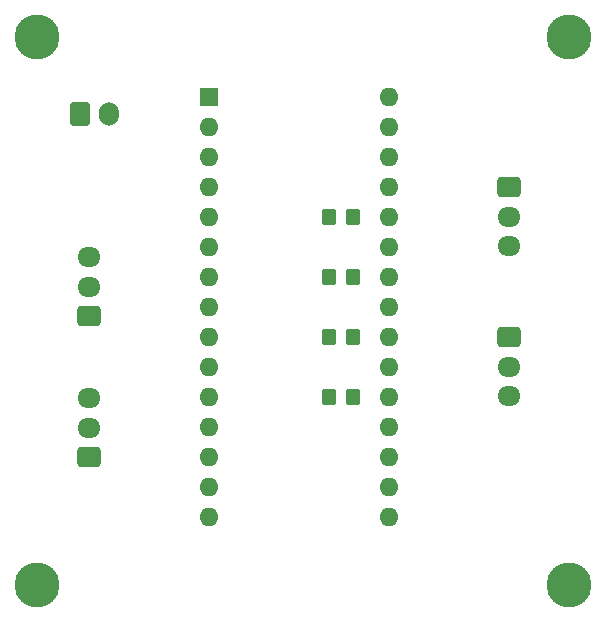
<source format=gts>
%TF.GenerationSoftware,KiCad,Pcbnew,(6.0.4-0)*%
%TF.CreationDate,2022-04-12T17:33:19+02:00*%
%TF.ProjectId,Raptor_Gripper_Board,52617074-6f72-45f4-9772-69707065725f,rev?*%
%TF.SameCoordinates,Original*%
%TF.FileFunction,Soldermask,Top*%
%TF.FilePolarity,Negative*%
%FSLAX46Y46*%
G04 Gerber Fmt 4.6, Leading zero omitted, Abs format (unit mm)*
G04 Created by KiCad (PCBNEW (6.0.4-0)) date 2022-04-12 17:33:19*
%MOMM*%
%LPD*%
G01*
G04 APERTURE LIST*
G04 Aperture macros list*
%AMRoundRect*
0 Rectangle with rounded corners*
0 $1 Rounding radius*
0 $2 $3 $4 $5 $6 $7 $8 $9 X,Y pos of 4 corners*
0 Add a 4 corners polygon primitive as box body*
4,1,4,$2,$3,$4,$5,$6,$7,$8,$9,$2,$3,0*
0 Add four circle primitives for the rounded corners*
1,1,$1+$1,$2,$3*
1,1,$1+$1,$4,$5*
1,1,$1+$1,$6,$7*
1,1,$1+$1,$8,$9*
0 Add four rect primitives between the rounded corners*
20,1,$1+$1,$2,$3,$4,$5,0*
20,1,$1+$1,$4,$5,$6,$7,0*
20,1,$1+$1,$6,$7,$8,$9,0*
20,1,$1+$1,$8,$9,$2,$3,0*%
G04 Aperture macros list end*
%ADD10C,3.800000*%
%ADD11C,2.600000*%
%ADD12RoundRect,0.250000X0.350000X0.450000X-0.350000X0.450000X-0.350000X-0.450000X0.350000X-0.450000X0*%
%ADD13RoundRect,0.250000X0.725000X-0.600000X0.725000X0.600000X-0.725000X0.600000X-0.725000X-0.600000X0*%
%ADD14O,1.950000X1.700000*%
%ADD15RoundRect,0.250000X-0.725000X0.600000X-0.725000X-0.600000X0.725000X-0.600000X0.725000X0.600000X0*%
%ADD16RoundRect,0.250000X-0.600000X-0.750000X0.600000X-0.750000X0.600000X0.750000X-0.600000X0.750000X0*%
%ADD17O,1.700000X2.000000*%
%ADD18O,1.600000X1.600000*%
%ADD19R,1.600000X1.600000*%
G04 APERTURE END LIST*
D10*
%TO.C,H3*%
X79375000Y-45720000D03*
D11*
X79375000Y-45720000D03*
%TD*%
%TO.C,H2*%
X124460000Y-45720000D03*
D10*
X124460000Y-45720000D03*
%TD*%
%TO.C,H1*%
X124460000Y-92075000D03*
D11*
X124460000Y-92075000D03*
%TD*%
D10*
%TO.C,H0*%
X79375000Y-92075000D03*
D11*
X79375000Y-92075000D03*
%TD*%
D12*
%TO.C,R4*%
X106140000Y-76200000D03*
X104140000Y-76200000D03*
%TD*%
%TO.C,R3*%
X104140000Y-71120000D03*
X106140000Y-71120000D03*
%TD*%
%TO.C,R2*%
X104140000Y-66040000D03*
X106140000Y-66040000D03*
%TD*%
%TO.C,R1*%
X106140000Y-60960000D03*
X104140000Y-60960000D03*
%TD*%
D13*
%TO.C,J5*%
X83820000Y-81280000D03*
D14*
X83820000Y-78780000D03*
X83820000Y-76280000D03*
%TD*%
%TO.C,J4*%
X83820000Y-64330000D03*
X83820000Y-66830000D03*
D13*
X83820000Y-69330000D03*
%TD*%
D14*
%TO.C,J3*%
X119380000Y-63420000D03*
X119380000Y-60920000D03*
D15*
X119380000Y-58420000D03*
%TD*%
D14*
%TO.C,J2*%
X119380000Y-76120000D03*
X119380000Y-73620000D03*
D15*
X119380000Y-71120000D03*
%TD*%
D16*
%TO.C,J1*%
X82990000Y-52190000D03*
D17*
X85490000Y-52190000D03*
%TD*%
D18*
%TO.C,A0*%
X109220000Y-50800000D03*
X109220000Y-53340000D03*
X109220000Y-55880000D03*
X109220000Y-58420000D03*
X109220000Y-60960000D03*
X109220000Y-63500000D03*
X109220000Y-66040000D03*
X109220000Y-68580000D03*
X109220000Y-71120000D03*
X109220000Y-73660000D03*
X109220000Y-76200000D03*
X109220000Y-78740000D03*
X109220000Y-81280000D03*
X109220000Y-83820000D03*
X109220000Y-86360000D03*
X93980000Y-86360000D03*
X93980000Y-83820000D03*
X93980000Y-81280000D03*
X93980000Y-78740000D03*
X93980000Y-76200000D03*
X93980000Y-73660000D03*
X93980000Y-71120000D03*
X93980000Y-68580000D03*
X93980000Y-66040000D03*
X93980000Y-63500000D03*
X93980000Y-60960000D03*
X93980000Y-58420000D03*
X93980000Y-55880000D03*
X93980000Y-53340000D03*
D19*
X93980000Y-50800000D03*
%TD*%
M02*

</source>
